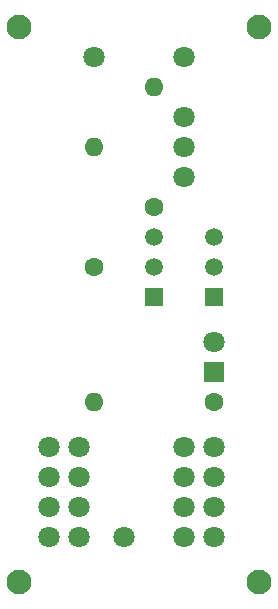
<source format=gbr>
%TF.GenerationSoftware,KiCad,Pcbnew,7.0.8*%
%TF.CreationDate,2023-10-09T16:54:37-07:00*%
%TF.ProjectId,decoder_head,6465636f-6465-4725-9f68-6561642e6b69,rev?*%
%TF.SameCoordinates,Original*%
%TF.FileFunction,Soldermask,Top*%
%TF.FilePolarity,Negative*%
%FSLAX46Y46*%
G04 Gerber Fmt 4.6, Leading zero omitted, Abs format (unit mm)*
G04 Created by KiCad (PCBNEW 7.0.8) date 2023-10-09 16:54:37*
%MOMM*%
%LPD*%
G01*
G04 APERTURE LIST*
%ADD10C,1.800000*%
%ADD11C,2.100000*%
%ADD12C,1.600000*%
%ADD13O,1.600000X1.600000*%
%ADD14R,1.800000X1.800000*%
%ADD15R,1.500000X1.500000*%
%ADD16C,1.500000*%
G04 APERTURE END LIST*
D10*
%TO.C,*%
X68580000Y-127000000D03*
%TD*%
%TO.C,*%
X57150000Y-127000000D03*
%TD*%
%TO.C,*%
X68580000Y-96520000D03*
%TD*%
D11*
%TO.C,*%
X54610000Y-130810000D03*
%TD*%
D10*
%TO.C,GND*%
X63500000Y-127000000D03*
%TD*%
%TO.C,*%
X68580000Y-124460000D03*
%TD*%
%TO.C,*%
X59690000Y-119380000D03*
%TD*%
%TO.C,IN*%
X60960000Y-86360000D03*
%TD*%
D12*
%TO.C,1K*%
X66040000Y-99060000D03*
D13*
X66040000Y-88900000D03*
%TD*%
D10*
%TO.C,*%
X68580000Y-93980000D03*
%TD*%
%TO.C,*%
X71120000Y-124460000D03*
%TD*%
D11*
%TO.C,*%
X74930000Y-83820000D03*
%TD*%
D10*
%TO.C,*%
X57150000Y-119380000D03*
%TD*%
%TO.C,*%
X59690000Y-121920000D03*
%TD*%
%TO.C,*%
X71120000Y-121920000D03*
%TD*%
D11*
%TO.C,*%
X54610000Y-83820000D03*
%TD*%
D14*
%TO.C,REF\u002A\u002A*%
X71120000Y-113030000D03*
D10*
X71120000Y-110490000D03*
%TD*%
%TO.C,*%
X57150000Y-121920000D03*
%TD*%
%TO.C,*%
X71120000Y-127000000D03*
%TD*%
%TO.C,*%
X57150000Y-124460000D03*
%TD*%
D15*
%TO.C,BUFFER*%
X71120000Y-106680000D03*
D16*
X71120000Y-104140000D03*
X71120000Y-101600000D03*
%TD*%
D10*
%TO.C,*%
X59690000Y-124460000D03*
%TD*%
D11*
%TO.C,*%
X74930000Y-130810000D03*
%TD*%
D10*
%TO.C,*%
X68580000Y-121920000D03*
%TD*%
%TO.C,*%
X71120000Y-119380000D03*
%TD*%
D12*
%TO.C,10K*%
X60960000Y-104140000D03*
D13*
X60960000Y-93980000D03*
%TD*%
D12*
%TO.C,1K*%
X71120000Y-115570000D03*
D13*
X60960000Y-115570000D03*
%TD*%
D15*
%TO.C,NOT*%
X66040000Y-106680000D03*
D16*
X66040000Y-104140000D03*
X66040000Y-101600000D03*
%TD*%
D10*
%TO.C,5V*%
X68580000Y-86360000D03*
%TD*%
%TO.C,*%
X68580000Y-91440000D03*
%TD*%
%TO.C,*%
X68580000Y-119380000D03*
%TD*%
%TO.C,Q*%
X59690000Y-127000000D03*
%TD*%
M02*

</source>
